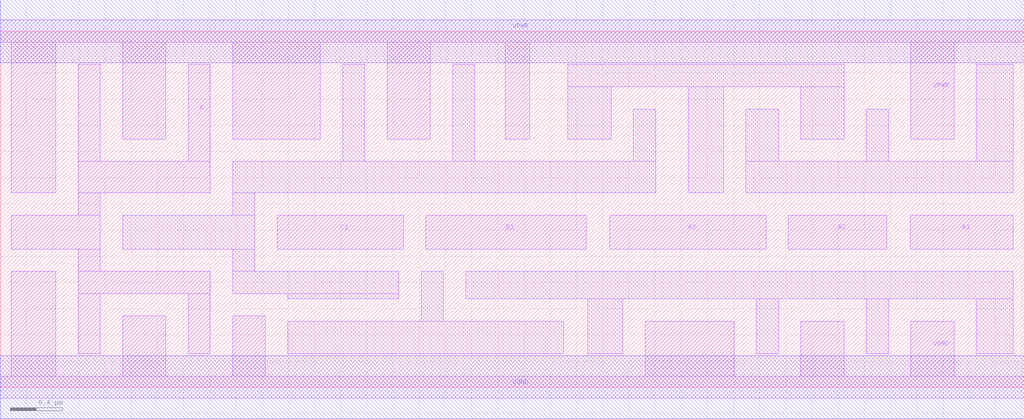
<source format=lef>
# Copyright 2020 The SkyWater PDK Authors
#
# Licensed under the Apache License, Version 2.0 (the "License");
# you may not use this file except in compliance with the License.
# You may obtain a copy of the License at
#
#     https://www.apache.org/licenses/LICENSE-2.0
#
# Unless required by applicable law or agreed to in writing, software
# distributed under the License is distributed on an "AS IS" BASIS,
# WITHOUT WARRANTIES OR CONDITIONS OF ANY KIND, either express or implied.
# See the License for the specific language governing permissions and
# limitations under the License.
#
# SPDX-License-Identifier: Apache-2.0

VERSION 5.5 ;
NAMESCASESENSITIVE ON ;
BUSBITCHARS "[]" ;
DIVIDERCHAR "/" ;
MACRO sky130_fd_sc_hd__o311a_4
  CLASS CORE ;
  SOURCE USER ;
  ORIGIN  0.000000  0.000000 ;
  SIZE  7.820000 BY  2.720000 ;
  SYMMETRY X Y R90 ;
  SITE unithd ;
  PIN A1
    ANTENNAGATEAREA  0.495000 ;
    DIRECTION INPUT ;
    USE SIGNAL ;
    PORT
      LAYER li1 ;
        RECT 6.950000 1.055000 7.735000 1.315000 ;
    END
  END A1
  PIN A2
    ANTENNAGATEAREA  0.495000 ;
    DIRECTION INPUT ;
    USE SIGNAL ;
    PORT
      LAYER li1 ;
        RECT 6.020000 1.055000 6.770000 1.315000 ;
    END
  END A2
  PIN A3
    ANTENNAGATEAREA  0.495000 ;
    DIRECTION INPUT ;
    USE SIGNAL ;
    PORT
      LAYER li1 ;
        RECT 4.655000 1.055000 5.850000 1.315000 ;
    END
  END A3
  PIN B1
    ANTENNAGATEAREA  0.495000 ;
    DIRECTION INPUT ;
    USE SIGNAL ;
    PORT
      LAYER li1 ;
        RECT 3.250000 1.055000 4.475000 1.315000 ;
    END
  END B1
  PIN C1
    ANTENNAGATEAREA  0.495000 ;
    DIRECTION INPUT ;
    USE SIGNAL ;
    PORT
      LAYER li1 ;
        RECT 2.115000 1.055000 3.080000 1.315000 ;
    END
  END C1
  PIN X
    ANTENNADIFFAREA  0.891000 ;
    DIRECTION OUTPUT ;
    USE SIGNAL ;
    PORT
      LAYER li1 ;
        RECT 0.085000 1.055000 0.765000 1.315000 ;
        RECT 0.595000 0.255000 0.765000 0.715000 ;
        RECT 0.595000 0.715000 1.605000 0.885000 ;
        RECT 0.595000 0.885000 0.765000 1.055000 ;
        RECT 0.595000 1.315000 0.765000 1.485000 ;
        RECT 0.595000 1.485000 1.605000 1.725000 ;
        RECT 0.595000 1.725000 0.765000 2.465000 ;
        RECT 1.435000 0.255000 1.605000 0.715000 ;
        RECT 1.435000 1.725000 1.605000 2.465000 ;
    END
  END X
  PIN VGND
    DIRECTION INOUT ;
    SHAPE ABUTMENT ;
    USE GROUND ;
    PORT
      LAYER li1 ;
        RECT 0.000000 -0.085000 7.820000 0.085000 ;
        RECT 0.085000  0.085000 0.425000 0.885000 ;
        RECT 0.935000  0.085000 1.265000 0.545000 ;
        RECT 1.775000  0.085000 2.025000 0.545000 ;
        RECT 4.925000  0.085000 5.605000 0.505000 ;
        RECT 6.115000  0.085000 6.445000 0.505000 ;
        RECT 6.955000  0.085000 7.285000 0.505000 ;
    END
    PORT
      LAYER met1 ;
        RECT 0.000000 -0.240000 7.820000 0.240000 ;
    END
  END VGND
  PIN VPWR
    DIRECTION INOUT ;
    SHAPE ABUTMENT ;
    USE POWER ;
    PORT
      LAYER li1 ;
        RECT 0.000000 2.635000 7.820000 2.805000 ;
        RECT 0.085000 1.485000 0.425000 2.635000 ;
        RECT 0.935000 1.895000 1.265000 2.635000 ;
        RECT 1.775000 1.895000 2.445000 2.635000 ;
        RECT 2.955000 1.895000 3.285000 2.635000 ;
        RECT 3.855000 1.895000 4.045000 2.635000 ;
        RECT 6.955000 1.895000 7.285000 2.635000 ;
    END
    PORT
      LAYER met1 ;
        RECT 0.000000 2.480000 7.820000 2.960000 ;
    END
  END VPWR
  OBS
    LAYER li1 ;
      RECT 0.935000 1.055000 1.945000 1.315000 ;
      RECT 1.775000 0.715000 3.045000 0.885000 ;
      RECT 1.775000 0.885000 1.945000 1.055000 ;
      RECT 1.775000 1.315000 1.945000 1.485000 ;
      RECT 1.775000 1.485000 5.005000 1.725000 ;
      RECT 2.195000 0.255000 4.305000 0.505000 ;
      RECT 2.195000 0.675000 3.045000 0.715000 ;
      RECT 2.615000 1.725000 2.785000 2.465000 ;
      RECT 3.215000 0.505000 3.385000 0.885000 ;
      RECT 3.455000 1.725000 3.625000 2.465000 ;
      RECT 3.555000 0.675000 7.735000 0.885000 ;
      RECT 4.335000 1.895000 4.665000 2.295000 ;
      RECT 4.335000 2.295000 6.445000 2.465000 ;
      RECT 4.485000 0.255000 4.755000 0.675000 ;
      RECT 4.835000 1.725000 5.005000 2.125000 ;
      RECT 5.255000 1.485000 5.525000 2.295000 ;
      RECT 5.695000 1.485000 7.735000 1.725000 ;
      RECT 5.695000 1.725000 5.945000 2.125000 ;
      RECT 5.775000 0.255000 5.945000 0.675000 ;
      RECT 6.115000 1.895000 6.445000 2.295000 ;
      RECT 6.615000 0.255000 6.785000 0.675000 ;
      RECT 6.615000 1.725000 6.785000 2.125000 ;
      RECT 7.455000 0.255000 7.735000 0.675000 ;
      RECT 7.455000 1.725000 7.735000 2.465000 ;
  END
END sky130_fd_sc_hd__o311a_4

</source>
